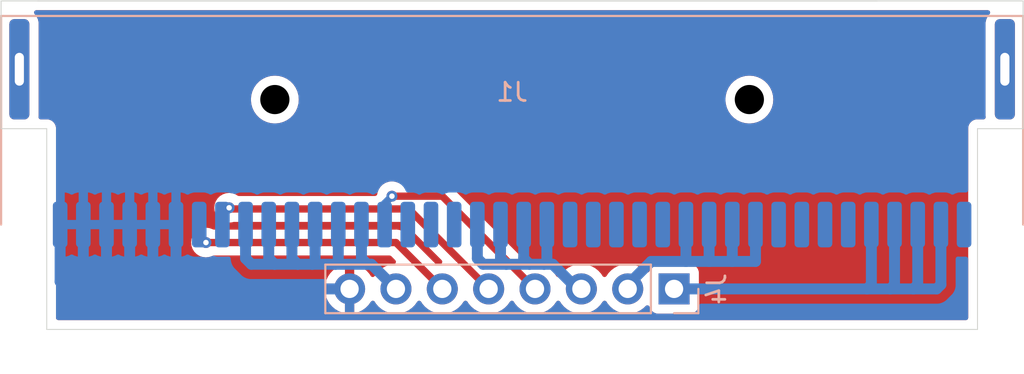
<source format=kicad_pcb>
(kicad_pcb (version 20211014) (generator pcbnew)
  (layers (0 "F.Cu" signal) (31 "B.Cu" signal) (34 "B.Paste" user) (35 "F.Paste" user) (36 "B.SilkS" user "B.Silkscreen") (37 "F.SilkS" user "F.Silkscreen") (38 "B.Mask" user) (39 "F.Mask" user) (44 "Edge.Cuts" user))
  (net 0 "")
  (net 1 "/P3")
  (net 2 "/P0")
  (net 3 "/P4")
  (net 4 "/P5")
  (net 5 "/P6")
  (net 6 "/P7")
  (net 7 "/P1")
  (net 8 "/P8")
  (net 9 "/P9")
  (net 10 "/P10")
  (net 11 "/P11")
  (net 12 "/P12")
  (net 13 "/P2")
  (net 14 "/P13")
  (net 15 "/P14")
  (net 16 "/P15")
  (net 17 "/P16")
  (net 18 "/P19")
  (net 19 "/P20")
  (net 20 "GND1")
  (net 21 "VCC")
  (footprint "akita:CON_microbit_cardedge_SMD" (layer "B.Cu") (at 28 8 180)
    (fp_text reference "J1" (at 0 3 unlocked) (layer "B.SilkS") (effects (justify mirror)))
    (fp_text value "Conn_02x40_Top_Bottom")
    (fp_line (start -28 7.175) (end 28 7.175) (layer "B.SilkS") (width 0.12))
    (fp_line (start 28 7.175) (end 28 -4.255) (layer "B.SilkS") (width 0.12))
    (fp_line (start -28 -4.255) (end -28 7.175) (layer "B.SilkS") (width 0.12))
    (pad "" np_thru_hole circle (at 13 2.595 180) (size 1.8 1.8) (drill 1.6) (layers *.Mask))
    (pad "" np_thru_hole circle (at -13 2.595 180) (size 1.8 1.8) (drill 1.6) (layers *.Mask))
    (pad "1" smd roundrect (at -24.765 -4.255 180) (size 0.8 2.5) (layers "B.Cu" "B.Paste" "B.Mask") (net 1 "/P3"))
    (pad "2" smd roundrect (at -23.495 -4.255 180) (size 0.8 2.5) (layers "B.Cu" "B.Paste" "B.Mask") (net 2 "/P0"))
    (pad "3" smd roundrect (at -22.225 -4.255 180) (size 0.8 2.5) (layers "B.Cu" "B.Paste" "B.Mask") (net 2 "/P0"))
    (pad "4" smd roundrect (at -20.955 -4.255 180) (size 0.8 2.5) (layers "B.Cu" "B.Paste" "B.Mask") (net 2 "/P0"))
    (pad "5" smd roundrect (at -19.685 -4.255 180) (size 0.8 2.5) (layers "B.Cu" "B.Paste" "B.Mask") (net 2 "/P0"))
    (pad "6" smd roundrect (at -18.415 -4.255 180) (size 0.8 2.5) (layers "B.Cu" "B.Paste" "B.Mask") (net 3 "/P4"))
    (pad "7" smd roundrect (at -17.145 -4.255 180) (size 0.8 2.5) (layers "B.Cu" "B.Paste" "B.Mask") (net 4 "/P5"))
    (pad "8" smd roundrect (at -15.875 -4.255 180) (size 0.8 2.5) (layers "B.Cu" "B.Paste" "B.Mask") (net 5 "/P6"))
    (pad "9" smd roundrect (at -14.605 -4.255 180) (size 0.8 2.5) (layers "B.Cu" "B.Paste" "B.Mask") (net 6 "/P7"))
    (pad "10" smd roundrect (at -13.335 -4.255 180) (size 0.8 2.5) (layers "B.Cu" "B.Paste" "B.Mask") (net 7 "/P1"))
    (pad "11" smd roundrect (at -12.065 -4.255 180) (size 0.8 2.5) (layers "B.Cu" "B.Paste" "B.Mask") (net 7 "/P1"))
    (pad "12" smd roundrect (at -10.795 -4.255 180) (size 0.8 2.5) (layers "B.Cu" "B.Paste" "B.Mask") (net 7 "/P1"))
    (pad "13" smd roundrect (at -9.525 -4.255 180) (size 0.8 2.5) (layers "B.Cu" "B.Paste" "B.Mask") (net 7 "/P1"))
    (pad "14" smd roundrect (at -8.255 -4.255 180) (size 0.8 2.5) (layers "B.Cu" "B.Paste" "B.Mask") (net 8 "/P8"))
    (pad "15" smd roundrect (at -6.985 -4.255 180) (size 0.8 2.5) (layers "B.Cu" "B.Paste" "B.Mask") (net 9 "/P9"))
    (pad "16" smd roundrect (at -5.715 -4.255 180) (size 0.8 2.5) (layers "B.Cu" "B.Paste" "B.Mask") (net 10 "/P10"))
    (pad "17" smd roundrect (at -4.445 -4.255 180) (size 0.8 2.5) (layers "B.Cu" "B.Paste" "B.Mask") (net 11 "/P11"))
    (pad "18" smd roundrect (at -3.175 -4.255 180) (size 0.8 2.5) (layers "B.Cu" "B.Paste" "B.Mask") (net 12 "/P12"))
    (pad "19" smd roundrect (at -1.905 -4.255 180) (size 0.8 2.5) (layers "B.Cu" "B.Paste" "B.Mask") (net 13 "/P2"))
    (pad "20" smd roundrect (at -0.635 -4.255 180) (size 0.8 2.5) (layers "B.Cu" "B.Paste" "B.Mask") (net 13 "/P2"))
    (pad "21" smd roundrect (at 0.635 -4.255 180) (size 0.8 2.5) (layers "B.Cu" "B.Paste" "B.Mask") (net 13 "/P2"))
    (pad "22" smd roundrect (at 1.905 -4.255 180) (size 0.8 2.5) (layers "B.Cu" "B.Paste" "B.Mask") (net 13 "/P2"))
    (pad "23" smd roundrect (at 3.175 -4.255 180) (size 0.8 2.5) (layers "B.Cu" "B.Paste" "B.Mask") (net 14 "/P13"))
    (pad "24" smd roundrect (at 4.445 -4.255 180) (size 0.8 2.5) (layers "B.Cu" "B.Paste" "B.Mask") (net 15 "/P14"))
    (pad "25" smd roundrect (at 5.715 -4.255 180) (size 0.8 2.5) (layers "B.Cu" "B.Paste" "B.Mask") (net 16 "/P15"))
    (pad "26" smd roundrect (at 6.985 -4.255 180) (size 0.8 2.5) (layers "B.Cu" "B.Paste" "B.Mask") (net 17 "/P16"))
    (pad "27" smd roundrect (at 8.255 -4.255 180) (size 0.8 2.5) (layers "B.Cu" "B.Paste" "B.Mask") (net 21 "VCC"))
    (pad "28" smd roundrect (at 9.525 -4.255 180) (size 0.8 2.5) (layers "B.Cu" "B.Paste" "B.Mask") (net 21 "VCC"))
    (pad "29" smd roundrect (at 10.795 -4.255 180) (size 0.8 2.5) (layers "B.Cu" "B.Paste" "B.Mask") (net 21 "VCC"))
    (pad "30" smd roundrect (at 12.065 -4.255 180) (size 0.8 2.5) (layers "B.Cu" "B.Paste" "B.Mask") (net 21 "VCC"))
    (pad "31" smd roundrect (at 13.335 -4.255 180) (size 0.8 2.5) (layers "B.Cu" "B.Paste" "B.Mask") (net 21 "VCC"))
    (pad "32" smd roundrect (at 14.605 -4.255 180) (size 0.8 2.5) (layers "B.Cu" "B.Paste" "B.Mask") (net 21 "VCC"))
    (pad "33" smd roundrect (at 15.875 -4.255 180) (size 0.8 2.5) (layers "B.Cu" "B.Paste" "B.Mask") (net 18 "/P19"))
    (pad "34" smd roundrect (at 17.145 -4.255 180) (size 0.8 2.5) (layers "B.Cu" "B.Paste" "B.Mask") (net 19 "/P20"))
    (pad "35" smd roundrect (at 18.415 -4.255 180) (size 0.8 2.5) (layers "B.Cu" "B.Paste" "B.Mask") (net 20 "GND1"))
    (pad "36" smd roundrect (at 19.685 -4.255 180) (size 0.8 2.5) (layers "B.Cu" "B.Paste" "B.Mask") (net 20 "GND1"))
    (pad "37" smd roundrect (at 20.955 -4.255 180) (size 0.8 2.5) (layers "B.Cu" "B.Paste" "B.Mask") (net 20 "GND1"))
    (pad "38" smd roundrect (at 22.225 -4.255 180) (size 0.8 2.5) (layers "B.Cu" "B.Paste" "B.Mask") (net 20 "GND1"))
    (pad "39" smd roundrect (at 23.495 -4.255 180) (size 0.8 2.5) (layers "B.Cu" "B.Paste" "B.Mask") (net 20 "GND1"))
    (pad "40" smd roundrect (at 24.765 -4.255 180) (size 0.8 2.5) (layers "B.Cu" "B.Paste" "B.Mask") (net 20 "GND1"))
    (pad "FG" thru_hole roundrect (at -27 4.255 180) (size 1.1 5.5) (drill oval 0.5 1.8) (layers *.Cu *.Mask))
    (pad "FG" thru_hole roundrect (at 27 4.255 180) (size 1.1 5.5) (drill oval 0.5 1.8) (layers *.Cu *.Mask))
  )
  (footprint "Connector_PinHeader_2.54mm:PinHeader_1x08_P2.54mm_Vertical" (layer "B.Cu") (at 36.875 15.78 90)
    (fp_text reference "J4" (at 0 2.33 90) (layer "B.SilkS") (effects (justify mirror)))
    (fp_text value "Conn_01x08")
    (fp_line (start -1.33 -1.27) (end 1.33 -1.27) (layer "B.SilkS") (width 0.12))
    (fp_line (start -1.33 0) (end -1.33 1.33) (layer "B.SilkS") (width 0.12))
    (fp_line (start 1.33 -1.27) (end 1.33 -19.11) (layer "B.SilkS") (width 0.12))
    (fp_line (start -1.33 1.33) (end 0 1.33) (layer "B.SilkS") (width 0.12))
    (fp_line (start -1.33 -19.11) (end 1.33 -19.11) (layer "B.SilkS") (width 0.12))
    (fp_line (start -1.33 -1.27) (end -1.33 -19.11) (layer "B.SilkS") (width 0.12))
    (pad "1" thru_hole rect locked (at 0 0 90) (size 1.7 1.7) (drill 1) (layers *.Cu *.Mask) (net 2 "/P0"))
    (pad "2" thru_hole oval locked (at 0 -2.54 90) (size 1.7 1.7) (drill 1) (layers *.Cu *.Mask) (net 7 "/P1"))
    (pad "3" thru_hole oval locked (at 0 -5.08 90) (size 1.7 1.7) (drill 1) (layers *.Cu *.Mask) (net 13 "/P2"))
    (pad "4" thru_hole oval locked (at 0 -7.62 90) (size 1.7 1.7) (drill 1) (layers *.Cu *.Mask) (net 17 "/P16"))
    (pad "5" thru_hole oval locked (at 0 -10.16 90) (size 1.7 1.7) (drill 1) (layers *.Cu *.Mask) (net 18 "/P19"))
    (pad "6" thru_hole oval locked (at 0 -12.7 90) (size 1.7 1.7) (drill 1) (layers *.Cu *.Mask) (net 19 "/P20"))
    (pad "7" thru_hole oval locked (at 0 -15.24 90) (size 1.7 1.7) (drill 1) (layers *.Cu *.Mask) (net 21 "VCC"))
    (pad "8" thru_hole oval locked (at 0 -17.78 90) (size 1.7 1.7) (drill 1) (layers *.Cu *.Mask) (net 20 "GND1"))
  )
  (gr_line (start 2.5 18) (end 53.5 18) (layer "Edge.Cuts") (width 0.05))
  (gr_line (start 0 0) (end 56 0) (layer "Edge.Cuts") (width 0.05))
  (gr_line (start 0 0) (end 0 7) (layer "Edge.Cuts") (width 0.05))
  (gr_line (start 56 0) (end 56 7) (layer "Edge.Cuts") (width 0.05))
  (gr_line (start 2.5 7) (end 2.5 18) (layer "Edge.Cuts") (width 0.05))
  (gr_line (start 53.5 7) (end 53.5 18) (layer "Edge.Cuts") (width 0.05))
  (gr_line (start 56 7) (end 53.5 7) (layer "Edge.Cuts") (width 0.05))
  (gr_line (start 0 7) (end 2.5 7) (layer "Edge.Cuts") (width 0.05))
  (gr_line (start 48 0) (end 2 0) (layer "Edge.Cuts") (width 0.05))
  (segment (start 51.495 15.545) (end 51.26 15.78) (width 0.6) (layer "B.Cu") (net 2))
  (segment (start 48.955 12.255) (end 48.955 15.545) (width 0.6) (layer "B.Cu") (net 2))
  (segment (start 47.685 15.545) (end 47.45 15.78) (width 0.6) (layer "B.Cu") (net 2))
  (segment (start 47.45 15.78) (end 36.655 15.78) (width 0.6) (layer "B.Cu") (net 2))
  (segment (start 48.955 15.545) (end 48.72 15.78) (width 0.6) (layer "B.Cu") (net 2))
  (segment (start 48.72 15.78) (end 47.45 15.78) (width 0.6) (layer "B.Cu") (net 2))
  (segment (start 51.26 15.78) (end 49.99 15.78) (width 0.6) (layer "B.Cu") (net 2))
  (segment (start 49.99 15.78) (end 48.72 15.78) (width 0.6) (layer "B.Cu") (net 2))
  (segment (start 50.225 15.545) (end 49.99 15.78) (width 0.6) (layer "B.Cu") (net 2))
  (segment (start 50.225 12.255) (end 50.225 15.545) (width 0.6) (layer "B.Cu") (net 2))
  (segment (start 51.495 12.255) (end 51.495 15.545) (width 0.6) (layer "B.Cu") (net 2))
  (segment (start 47.685 12.255) (end 47.685 15.545) (width 0.6) (layer "B.Cu") (net 2))
  (segment (start 41.335 14.275) (end 40.065 14.275) (width 0.6) (layer "B.Cu") (net 7))
  (segment (start 37.525 12.255) (end 37.525 14.275) (width 0.6) (layer "B.Cu") (net 7))
  (segment (start 40.065 12.255) (end 40.065 14.275) (width 0.6) (layer "B.Cu") (net 7))
  (segment (start 37.525 14.275) (end 35.62 14.275) (width 0.6) (layer "B.Cu") (net 7))
  (segment (start 38.795 14.275) (end 37.525 14.275) (width 0.6) (layer "B.Cu") (net 7))
  (segment (start 38.795 12.255) (end 38.795 14.275) (width 0.6) (layer "B.Cu") (net 7))
  (segment (start 40.065 14.275) (end 38.795 14.275) (width 0.6) (layer "B.Cu") (net 7))
  (segment (start 41.335 12.255) (end 41.335 14.275) (width 0.6) (layer "B.Cu") (net 7))
  (segment (start 35.62 14.275) (end 34.115 15.78) (width 0.6) (layer "B.Cu") (net 7))
  (segment (start 29.905 12.255) (end 29.905 14.275) (width 0.6) (layer "B.Cu") (net 13))
  (segment (start 27.685489 14.430489) (end 28.955489 14.430489) (width 0.6) (layer "B.Cu") (net 13))
  (segment (start 26.095 12.255) (end 26.095 14.11) (width 0.6) (layer "B.Cu") (net 13))
  (segment (start 27.365 14.11) (end 27.685489 14.430489) (width 0.6) (layer "B.Cu") (net 13))
  (segment (start 28.955489 14.430489) (end 29.749511 14.430489) (width 0.6) (layer "B.Cu") (net 13))
  (segment (start 31.575 15.78) (end 32.21 15.78) (width 0.6) (layer "B.Cu") (net 13))
  (segment (start 27.365 12.255) (end 27.365 14.11) (width 0.6) (layer "B.Cu") (net 13))
  (segment (start 26.415489 14.430489) (end 27.685489 14.430489) (width 0.6) (layer "B.Cu") (net 13))
  (segment (start 29.749511 14.430489) (end 30.225489 14.430489) (width 0.6) (layer "B.Cu") (net 13))
  (segment (start 29.905 14.275) (end 29.749511 14.430489) (width 0.6) (layer "B.Cu") (net 13))
  (segment (start 28.635 12.255) (end 28.635 14.11) (width 0.6) (layer "B.Cu") (net 13))
  (segment (start 26.095 14.11) (end 26.415489 14.430489) (width 0.6) (layer "B.Cu") (net 13))
  (segment (start 30.225489 14.430489) (end 31.575 15.78) (width 0.6) (layer "B.Cu") (net 13))
  (segment (start 28.635 14.11) (end 28.955489 14.430489) (width 0.6) (layer "B.Cu") (net 13))
  (segment (start 29.255 15.78) (end 24.175 10.7) (width 0.4) (layer "F.Cu") (net 17))
  (segment (start 24.175 10.7) (end 21.415 10.7) (width 0.4) (layer "F.Cu") (net 17))
  (via (at 21.415 10.7) (size 0.6) (drill 0.3) (layers "F.Cu" "B.Cu") (net 17))
  (segment (start 21.015 11.1) (end 21.415 10.7) (width 0.4) (layer "B.Cu") (net 17))
  (segment (start 21.015 12.255) (end 21.015 11.1) (width 0.4) (layer "B.Cu") (net 17))
  (segment (start 22.334511 11.399511) (end 12.560011 11.399511) (width 0.4) (layer "F.Cu") (net 18))
  (segment (start 26.715 15.78) (end 22.334511 11.399511) (width 0.4) (layer "F.Cu") (net 18))
  (segment (start 12.560011 11.399511) (end 12.4955 11.335) (width 0.4) (layer "F.Cu") (net 18))
  (via (at 12.4955 11.335) (size 0.6) (drill 0.3) (layers "F.Cu" "B.Cu") (net 18))
  (segment (start 12.4955 11.335) (end 12.525 11.335) (width 0.4) (layer "B.Cu") (net 18))
  (segment (start 24.175 15.78) (end 21.635 13.24) (width 0.4) (layer "F.Cu") (net 19))
  (segment (start 21.635 13.24) (end 11.2255 13.24) (width 0.4) (layer "F.Cu") (net 19))
  (via (at 11.2255 13.24) (size 0.6) (drill 0.3) (layers "F.Cu" "B.Cu") (net 19))
  (segment (start 8.315 15.38) (end 8.715 15.78) (width 0.6) (layer "B.Cu") (net 20))
  (segment (start 5.775 15.38) (end 6.175 15.78) (width 0.6) (layer "B.Cu") (net 20))
  (segment (start 8.715 15.78) (end 9.985 15.78) (width 0.6) (layer "B.Cu") (net 20))
  (segment (start 9.985 15.78) (end 18.875 15.78) (width 0.6) (layer "B.Cu") (net 20))
  (segment (start 5.775 12.255) (end 5.775 15.38) (width 0.6) (layer "B.Cu") (net 20))
  (segment (start 8.315 12.255) (end 8.315 15.38) (width 0.6) (layer "B.Cu") (net 20))
  (segment (start 7.045 12.255) (end 7.045 15.38) (width 0.6) (layer "B.Cu") (net 20))
  (segment (start 3.635 15.78) (end 4.905 15.78) (width 0.6) (layer "B.Cu") (net 20))
  (segment (start 7.045 15.38) (end 7.445 15.78) (width 0.6) (layer "B.Cu") (net 20))
  (segment (start 9.585 15.38) (end 9.985 15.78) (width 0.6) (layer "B.Cu") (net 20))
  (segment (start 6.175 15.78) (end 7.445 15.78) (width 0.6) (layer "B.Cu") (net 20))
  (segment (start 7.445 15.78) (end 8.715 15.78) (width 0.6) (layer "B.Cu") (net 20))
  (segment (start 4.505 15.38) (end 4.905 15.78) (width 0.6) (layer "B.Cu") (net 20))
  (segment (start 4.905 15.78) (end 6.175 15.78) (width 0.6) (layer "B.Cu") (net 20))
  (segment (start 3.235 12.255) (end 3.235 15.38) (width 0.6) (layer "B.Cu") (net 20))
  (segment (start 9.585 12.255) (end 9.585 15.38) (width 0.6) (layer "B.Cu") (net 20))
  (segment (start 3.235 15.38) (end 3.635 15.78) (width 0.6) (layer "B.Cu") (net 20))
  (segment (start 4.505 12.255) (end 4.505 15.38) (width 0.6) (layer "B.Cu") (net 20))
  (segment (start 16.255489 14.430489) (end 17.049511 14.430489) (width 0.6) (layer "B.Cu") (net 21))
  (segment (start 13.715489 14.430489) (end 14.985489 14.430489) (width 0.6) (layer "B.Cu") (net 21))
  (segment (start 17.205 12.255) (end 17.205 14.275) (width 0.6) (layer "B.Cu") (net 21))
  (segment (start 15.935 14.11) (end 16.255489 14.430489) (width 0.6) (layer "B.Cu") (net 21))
  (segment (start 19.745 14.11) (end 20.065489 14.430489) (width 0.6) (layer "B.Cu") (net 21))
  (segment (start 20.285489 14.430489) (end 20.065489 14.430489) (width 0.6) (layer "B.Cu") (net 21))
  (segment (start 14.665 12.255) (end 14.665 14.11) (width 0.6) (layer "B.Cu") (net 21))
  (segment (start 17.049511 14.430489) (end 18.319511 14.430489) (width 0.6) (layer "B.Cu") (net 21))
  (segment (start 13.395 14.11) (end 13.715489 14.430489) (width 0.6) (layer "B.Cu") (net 21))
  (segment (start 13.395 12.255) (end 13.395 14.11) (width 0.6) (layer "B.Cu") (net 21))
  (segment (start 18.475 12.255) (end 18.475 14.275) (width 0.6) (layer "B.Cu") (net 21))
  (segment (start 15.935 12.255) (end 15.935 14.11) (width 0.6) (layer "B.Cu") (net 21))
  (segment (start 14.985489 14.430489) (end 16.255489 14.430489) (width 0.6) (layer "B.Cu") (net 21))
  (segment (start 21.635 15.78) (end 20.285489 14.430489) (width 0.6) (layer "B.Cu") (net 21))
  (segment (start 18.319511 14.430489) (end 20.065489 14.430489) (width 0.6) (layer "B.Cu") (net 21))
  (segment (start 19.745 12.255) (end 19.745 14.11) (width 0.6) (layer "B.Cu") (net 21))
  (segment (start 21.635 15.78) (end 21.415 15.78) (width 0.6) (layer "B.Cu") (net 21))
  (segment (start 17.205 14.275) (end 17.049511 14.430489) (width 0.6) (layer "B.Cu") (net 21))
  (segment (start 14.665 14.11) (end 14.985489 14.430489) (width 0.6) (layer "B.Cu") (net 21))
  (segment (start 18.475 14.275) (end 18.319511 14.430489) (width 0.6) (layer "B.Cu") (net 21))
  (zone (net 20) (net_name "GND1") (layers F&B.Cu) (connect_pads (clearance 0.508)) (min_thickness 0.254) (fill yes (thermal_gap 0.508) (thermal_bridge_width 0.508))
    (polygon (pts (xy 56 18) (xy 0 18) (xy 0 0) (xy 56 0)))
  )
)
</source>
